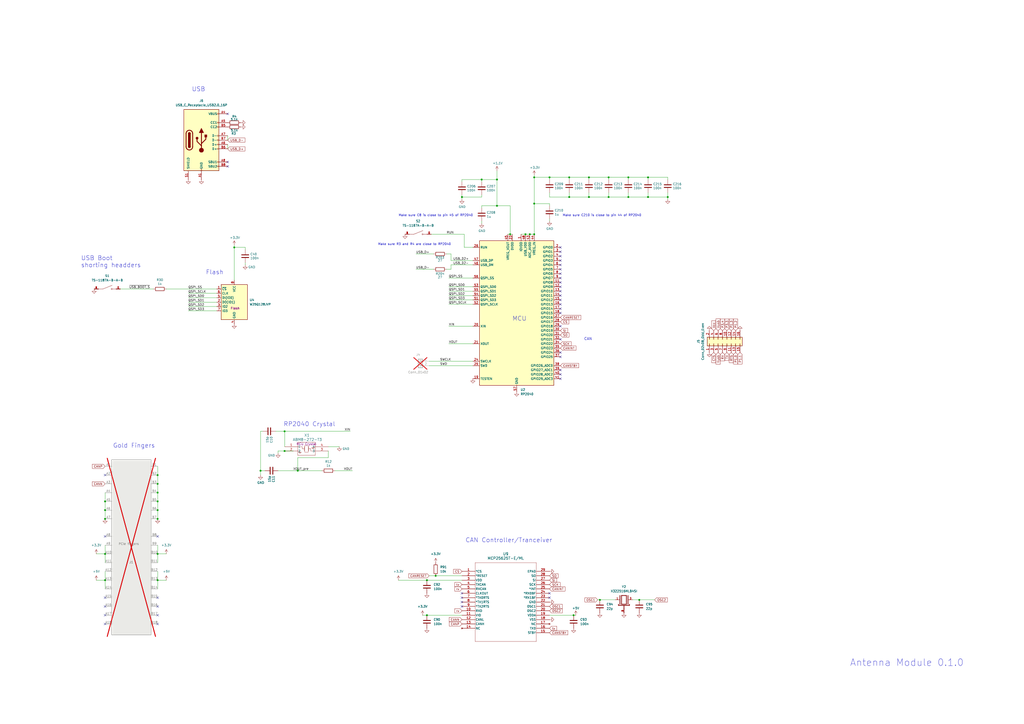
<source format=kicad_sch>
(kicad_sch (version 20231120) (generator "eeschema") (generator_version "8.0")
  (paper "A2")
  (junction (at 252.73 334.01))
  (junction (at 151.13 273.05))
  (junction (at 91.44 295.91))
  (junction (at 330.2 114.3))
  (junction (at 91.44 285.75))
  (junction (at 60.96 321.31))
  (junction (at 91.44 280.67))
  (junction (at 135.89 143.51))
  (junction (at 60.96 295.91))
  (junction (at 370.84 347.98))
  (junction (at 91.44 300.99))
  (junction (at 341.63 102.87))
  (junction (at 91.44 290.83))
  (junction (at 288.29 104.14))
  (junction (at 288.29 119.38))
  (junction (at 267.97 114.3))
  (junction (at 330.2 102.87))
  (junction (at 318.77 102.87))
  (junction (at 247.65 336.55))
  (junction (at 60.96 300.99))
  (junction (at 295.91 135.89))
  (junction (at 309.88 118.11))
  (junction (at 91.44 275.59))
  (junction (at 307.34 135.89))
  (junction (at 309.88 135.89))
  (junction (at 309.88 102.87))
  (junction (at 341.63 114.3))
  (junction (at 91.44 336.55))
  (junction (at 247.65 356.87))
  (junction (at 347.98 347.98))
  (junction (at 375.92 114.3))
  (junction (at 364.49 102.87))
  (junction (at 332.74 356.87))
  (junction (at 172.72 273.05))
  (junction (at 60.96 290.83))
  (junction (at 353.06 114.3))
  (junction (at 304.8 135.89))
  (junction (at 375.92 102.87))
  (junction (at 91.44 321.31))
  (junction (at 353.06 102.87))
  (junction (at 387.35 114.3))
  (junction (at 165.1 261.62))
  (junction (at 279.4 104.14))
  (junction (at 165.1 250.19))
  (junction (at 364.49 114.3))
  (junction (at 60.96 336.55))
  (no_connect (at 60.96 351.79))
  (no_connect (at 91.44 346.71))
  (no_connect (at 325.12 163.83))
  (no_connect (at 318.77 344.17))
  (no_connect (at 132.08 96.52))
  (no_connect (at 132.08 93.98))
  (no_connect (at 325.12 179.07))
  (no_connect (at 91.44 351.79))
  (no_connect (at 60.96 356.87))
  (no_connect (at 91.44 311.15))
  (no_connect (at 267.97 351.79))
  (no_connect (at 325.12 158.75))
  (no_connect (at 325.12 151.13))
  (no_connect (at 325.12 171.45))
  (no_connect (at 325.12 166.37))
  (no_connect (at 325.12 217.17))
  (no_connect (at 325.12 146.05))
  (no_connect (at 60.96 346.71))
  (no_connect (at 325.12 219.71))
  (no_connect (at 325.12 189.23))
  (no_connect (at 325.12 148.59))
  (no_connect (at 91.44 356.87))
  (no_connect (at 91.44 361.95))
  (no_connect (at 325.12 207.01))
  (no_connect (at 325.12 161.29))
  (no_connect (at 267.97 344.17))
  (no_connect (at 325.12 196.85))
  (no_connect (at 325.12 156.21))
  (no_connect (at 325.12 168.91))
  (no_connect (at 267.97 346.71))
  (no_connect (at 325.12 143.51))
  (no_connect (at 325.12 176.53))
  (no_connect (at 325.12 204.47))
  (no_connect (at 325.12 153.67))
  (no_connect (at 267.97 349.25))
  (no_connect (at 60.96 275.59))
  (no_connect (at 325.12 214.63))
  (no_connect (at 132.08 66.04))
  (no_connect (at 325.12 173.99))
  (no_connect (at 60.96 361.95))
  (no_connect (at 60.96 311.15))
  (no_connect (at 325.12 181.61))
  (no_connect (at 318.77 346.71))
  (wire (pts (xy 261.62 156.21) (xy 261.62 153.67)))
  (wire (pts (xy 260.35 171.45) (xy 274.32 171.45)))
  (wire (pts (xy 91.44 290.83) (xy 91.44 295.91)))
  (wire (pts (xy 309.88 118.11) (xy 318.77 118.11)))
  (wire (pts (xy 304.8 135.89) (xy 307.34 135.89)))
  (wire (pts (xy 279.4 120.65) (xy 279.4 119.38)))
  (wire (pts (xy 172.72 265.43) (xy 172.72 273.05)))
  (wire (pts (xy 261.62 147.32) (xy 261.62 151.13)))
  (wire (pts (xy 279.4 104.14) (xy 288.29 104.14)))
  (wire (pts (xy 109.22 170.18) (xy 125.73 170.18)))
  (wire (pts (xy 60.96 285.75) (xy 60.96 290.83)))
  (wire (pts (xy 274.32 176.53) (xy 260.35 176.53)))
  (wire (pts (xy 248.92 212.09) (xy 274.32 212.09)))
  (wire (pts (xy 267.97 113.03) (xy 267.97 114.3)))
  (wire (pts (xy 91.44 321.31) (xy 91.44 326.39)))
  (wire (pts (xy 269.24 135.89) (xy 250.19 135.89)))
  (wire (pts (xy 91.44 295.91) (xy 91.44 300.99)))
  (wire (pts (xy 375.92 114.3) (xy 387.35 114.3)))
  (wire (pts (xy 318.77 127) (xy 318.77 128.27)))
  (wire (pts (xy 160.02 250.19) (xy 165.1 250.19)))
  (wire (pts (xy 288.29 119.38) (xy 295.91 119.38)))
  (wire (pts (xy 247.65 336.55) (xy 267.97 336.55)))
  (wire (pts (xy 161.29 261.62) (xy 161.29 262.89)))
  (wire (pts (xy 241.3 147.32) (xy 251.46 147.32)))
  (wire (pts (xy 135.89 143.51) (xy 135.89 162.56)))
  (wire (pts (xy 135.89 142.24) (xy 135.89 143.51)))
  (wire (pts (xy 375.92 114.3) (xy 364.49 114.3)))
  (wire (pts (xy 194.31 273.05) (xy 204.47 273.05)))
  (wire (pts (xy 341.63 114.3) (xy 330.2 114.3)))
  (wire (pts (xy 267.97 114.3) (xy 279.4 114.3)))
  (wire (pts (xy 190.5 261.62) (xy 190.5 265.43)))
  (wire (pts (xy 231.14 336.55) (xy 247.65 336.55)))
  (wire (pts (xy 248.92 209.55) (xy 274.32 209.55)))
  (wire (pts (xy 375.92 104.14) (xy 375.92 102.87)))
  (wire (pts (xy 387.35 114.3) (xy 387.35 115.57)))
  (wire (pts (xy 125.73 172.72) (xy 109.22 172.72)))
  (wire (pts (xy 364.49 111.76) (xy 364.49 114.3)))
  (wire (pts (xy 375.92 111.76) (xy 375.92 114.3)))
  (wire (pts (xy 318.77 356.87) (xy 332.74 356.87)))
  (wire (pts (xy 245.11 356.87) (xy 247.65 356.87)))
  (wire (pts (xy 151.13 273.05) (xy 151.13 275.59)))
  (wire (pts (xy 267.97 104.14) (xy 279.4 104.14)))
  (wire (pts (xy 260.35 166.37) (xy 274.32 166.37)))
  (wire (pts (xy 330.2 104.14) (xy 330.2 102.87)))
  (wire (pts (xy 375.92 102.87) (xy 387.35 102.87)))
  (wire (pts (xy 132.08 81.28) (xy 132.08 78.74)))
  (wire (pts (xy 364.49 114.3) (xy 353.06 114.3)))
  (wire (pts (xy 91.44 336.55) (xy 91.44 331.47)))
  (wire (pts (xy 341.63 102.87) (xy 353.06 102.87)))
  (wire (pts (xy 60.96 321.31) (xy 60.96 316.23)))
  (wire (pts (xy 353.06 104.14) (xy 353.06 102.87)))
  (wire (pts (xy 274.32 199.39) (xy 260.35 199.39)))
  (wire (pts (xy 267.97 105.41) (xy 267.97 104.14)))
  (wire (pts (xy 142.24 144.78) (xy 142.24 143.51)))
  (wire (pts (xy 288.29 99.06) (xy 288.29 104.14)))
  (wire (pts (xy 274.32 143.51) (xy 269.24 143.51)))
  (wire (pts (xy 330.2 114.3) (xy 318.77 114.3)))
  (wire (pts (xy 307.34 135.89) (xy 309.88 135.89)))
  (wire (pts (xy 172.72 273.05) (xy 186.69 273.05)))
  (wire (pts (xy 295.91 119.38) (xy 295.91 135.89)))
  (wire (pts (xy 267.97 114.3) (xy 267.97 115.57)))
  (wire (pts (xy 294.64 135.89) (xy 295.91 135.89)))
  (wire (pts (xy 279.4 119.38) (xy 288.29 119.38)))
  (wire (pts (xy 318.77 104.14) (xy 318.77 102.87)))
  (wire (pts (xy 341.63 111.76) (xy 341.63 114.3)))
  (wire (pts (xy 247.65 356.87) (xy 267.97 356.87)))
  (wire (pts (xy 142.24 143.51) (xy 135.89 143.51)))
  (wire (pts (xy 91.44 280.67) (xy 91.44 285.75)))
  (wire (pts (xy 387.35 111.76) (xy 387.35 114.3)))
  (wire (pts (xy 91.44 321.31) (xy 91.44 316.23)))
  (wire (pts (xy 279.4 105.41) (xy 279.4 104.14)))
  (wire (pts (xy 261.62 153.67) (xy 274.32 153.67)))
  (wire (pts (xy 60.96 295.91) (xy 60.96 300.99)))
  (wire (pts (xy 125.73 180.34) (xy 109.22 180.34)))
  (wire (pts (xy 318.77 102.87) (xy 330.2 102.87)))
  (wire (pts (xy 60.96 321.31) (xy 60.96 326.39)))
  (wire (pts (xy 151.13 250.19) (xy 151.13 273.05)))
  (wire (pts (xy 96.52 167.64) (xy 125.73 167.64)))
  (wire (pts (xy 55.88 336.55) (xy 60.96 336.55)))
  (wire (pts (xy 318.77 111.76) (xy 318.77 114.3)))
  (wire (pts (xy 190.5 259.08) (xy 196.85 259.08)))
  (wire (pts (xy 309.88 118.11) (xy 309.88 135.89)))
  (wire (pts (xy 165.1 250.19) (xy 203.2 250.19)))
  (wire (pts (xy 91.44 285.75) (xy 91.44 290.83)))
  (wire (pts (xy 55.88 321.31) (xy 60.96 321.31)))
  (wire (pts (xy 364.49 104.14) (xy 364.49 102.87)))
  (wire (pts (xy 318.77 119.38) (xy 318.77 118.11)))
  (wire (pts (xy 69.85 167.64) (xy 88.9 167.64)))
  (wire (pts (xy 332.74 356.87) (xy 334.01 356.87)))
  (wire (pts (xy 96.52 321.31) (xy 91.44 321.31)))
  (wire (pts (xy 269.24 143.51) (xy 269.24 135.89)))
  (wire (pts (xy 353.06 111.76) (xy 353.06 114.3)))
  (wire (pts (xy 288.29 104.14) (xy 288.29 119.38)))
  (wire (pts (xy 125.73 175.26) (xy 109.22 175.26)))
  (wire (pts (xy 142.24 152.4) (xy 142.24 153.67)))
  (wire (pts (xy 353.06 114.3) (xy 341.63 114.3)))
  (wire (pts (xy 259.08 156.21) (xy 261.62 156.21)))
  (wire (pts (xy 60.96 336.55) (xy 60.96 341.63)))
  (wire (pts (xy 260.35 173.99) (xy 274.32 173.99)))
  (wire (pts (xy 248.92 334.01) (xy 252.73 334.01)))
  (wire (pts (xy 151.13 250.19) (xy 152.4 250.19)))
  (wire (pts (xy 367.03 347.98) (xy 370.84 347.98)))
  (wire (pts (xy 132.08 83.82) (xy 132.08 86.36)))
  (wire (pts (xy 341.63 104.14) (xy 341.63 102.87)))
  (wire (pts (xy 161.29 273.05) (xy 172.72 273.05)))
  (wire (pts (xy 252.73 334.01) (xy 267.97 334.01)))
  (wire (pts (xy 260.35 189.23) (xy 274.32 189.23)))
  (wire (pts (xy 60.96 290.83) (xy 60.96 295.91)))
  (wire (pts (xy 161.29 261.62) (xy 165.1 261.62)))
  (wire (pts (xy 309.88 101.6) (xy 309.88 102.87)))
  (wire (pts (xy 309.88 102.87) (xy 318.77 102.87)))
  (wire (pts (xy 241.3 156.21) (xy 251.46 156.21)))
  (wire (pts (xy 96.52 336.55) (xy 91.44 336.55)))
  (wire (pts (xy 274.32 161.29) (xy 260.35 161.29)))
  (wire (pts (xy 364.49 102.87) (xy 375.92 102.87)))
  (wire (pts (xy 330.2 111.76) (xy 330.2 114.3)))
  (wire (pts (xy 165.1 261.62) (xy 170.18 261.62)))
  (wire (pts (xy 261.62 151.13) (xy 274.32 151.13)))
  (wire (pts (xy 153.67 273.05) (xy 151.13 273.05)))
  (wire (pts (xy 190.5 265.43) (xy 172.72 265.43)))
  (wire (pts (xy 279.4 128.27) (xy 279.4 129.54)))
  (wire (pts (xy 309.88 102.87) (xy 309.88 118.11)))
  (wire (pts (xy 295.91 135.89) (xy 297.18 135.89)))
  (wire (pts (xy 91.44 270.51) (xy 91.44 275.59)))
  (wire (pts (xy 370.84 347.98) (xy 379.73 347.98)))
  (wire (pts (xy 165.1 250.19) (xy 165.1 259.08)))
  (wire (pts (xy 259.08 147.32) (xy 261.62 147.32)))
  (wire (pts (xy 387.35 104.14) (xy 387.35 102.87)))
  (wire (pts (xy 279.4 114.3) (xy 279.4 113.03)))
  (wire (pts (xy 60.96 336.55) (xy 60.96 331.47)))
  (wire (pts (xy 260.35 168.91) (xy 274.32 168.91)))
  (wire (pts (xy 353.06 102.87) (xy 364.49 102.87)))
  (wire (pts (xy 91.44 336.55) (xy 91.44 341.63)))
  (wire (pts (xy 91.44 275.59) (xy 91.44 280.67)))
  (wire (pts (xy 347.98 347.98) (xy 356.87 347.98)))
  (wire (pts (xy 330.2 102.87) (xy 341.63 102.87)))
  (wire (pts (xy 302.26 135.89) (xy 304.8 135.89)))
  (wire (pts (xy 346.71 347.98) (xy 347.98 347.98)))
  (wire (pts (xy 125.73 177.8) (xy 109.22 177.8)))
  (text "Make sure C210 is close to pin 44 of RP2040" (at 326.39 125.73 0) (effects (font (size 1.27 1.27)) (justify left bottom)))
  (text "Make sure C8 is close to pin 45 of RP2040" (at 231.14 125.73 0) (effects (font (size 1.27 1.27)) (justify left bottom)))
  (text "RP2040 Crystal" (at 164.465 247.65 0) (effects (font (size 2.54 2.54)) (justify left bottom)))
  (text "USB" (at 111.252 53.34 0) (effects (font (size 2.54 2.54)) (justify left bottom)))
  (text "Make sure R3 and R4 are close to RP2040" (at 261.62 142.494 0) (effects (font (size 1.27 1.27)) (justify right bottom)))
  (text "CAN" (at 338.836 197.612 0) (effects (font (size 1.524 1.524)) (justify left bottom)))
  (text "USB Boot \nshorting headders" (at 46.99 155.448 0) (effects (font (size 2.54 2.54)) (justify left bottom)))
  (text "Antenna Module 0.1.0" (at 493.014 386.842 0) (effects (font (size 4 4)) (justify left bottom)))
  (text "Gold Fingers" (at 65.532 260.096 0) (effects (font (size 2.54 2.54)) (justify left bottom)))
  (text "MCU" (at 297.18 186.436 0) (effects (font (size 2.54 2.54)) (justify left bottom)))
  (text "CAN Controller/Tranceiver" (at 270.002 314.96 0) (effects (font (size 2.54 2.54)) (justify left bottom)))
  (text "Flash" (at 119.38 159.512 0) (effects (font (size 2.54 2.54)) (justify left bottom)))
  (label "USB_D2+" (at 262.89 151.13 0))
  (label "XOUT_pre" (at 179.07 273.05 180))
  (label "~{USB_BOOT_S}" (at 74.93 167.64 0))
  (label "QSPI_SD3" (at 260.35 173.99 0))
  (label "QSPI_SD1" (at 109.22 175.26 0))
  (label "XIN" (at 260.35 189.23 0))
  (label "USB_D+" (at 241.3 147.32 0))
  (label "SWD" (at 255.27 212.09 0))
  (label "QSPI_SS" (at 109.22 167.64 0))
  (label "QSPI_SD3" (at 109.22 180.34 0))
  (label "XIN" (at 203.2 250.19 180))
  (label "QSPI_SD2" (at 109.22 177.8 0))
  (label "QSPI_SS" (at 260.35 161.29 0))
  (label "XOUT" (at 204.47 273.05 180))
  (label "SWCLK" (at 255.27 209.55 0))
  (label "QSPI_SCLK" (at 109.22 170.18 0))
  (label "QSPI_SD1" (at 260.35 168.91 0))
  (label "QSPI_SCLK" (at 260.35 176.53 0))
  (label "USB_D-" (at 241.3 156.21 0))
  (label "USB_D2-" (at 262.89 153.67 0))
  (label "QSPI_SD2" (at 260.35 171.45 0))
  (label "QSPI_SD0" (at 109.22 172.72 0))
  (label "XOUT" (at 260.35 199.39 0))
  (label "RUN" (at 259.08 135.89 0))
  (label "QSPI_SD0" (at 260.35 166.37 0))
  (global_label "tx" (shape input) (at 267.97 339.09 180) (property "Intersheetrefs" "${INTERSHEET_REFS}" (effects (hide yes))))
  (global_label "P1.0" (shape input) (at 426.72 204.47 270) (property "Intersheetrefs" "${INTERSHEET_REFS}" (effects (hide yes))))
  (global_label "Vusb" (shape input) (at 416.56 204.47 270) (property "Intersheetrefs" "${INTERSHEET_REFS}" (effects (hide yes))))
  (global_label "RTS" (shape input) (at 424.18 204.47 270) (property "Intersheetrefs" "${INTERSHEET_REFS}" (effects (hide yes))))
  (global_label "P1.1" (shape input) (at 429.26 204.47 270) (property "Intersheetrefs" "${INTERSHEET_REFS}" (effects (hide yes))))
  (global_label "CANN" (shape input) (at 267.97 359.41 180) (property "Intersheetrefs" "${INTERSHEET_REFS}" (effects (hide yes))))
  (global_label "CANSTBY" (shape input) (at 325.12 212.09 0) (property "Intersheetrefs" "${INTERSHEET_REFS}" (effects (hide yes))))
  (global_label "OSC1" (shape input) (at 346.71 347.98 180) (property "Intersheetrefs" "${INTERSHEET_REFS}" (effects (hide yes))))
  (global_label "CANN" (shape input) (at 60.96 280.67 180) (property "Intersheetrefs" "${INTERSHEET_REFS}" (effects (hide yes))))
  (global_label "CANP" (shape input) (at 267.97 361.95 180) (property "Intersheetrefs" "${INTERSHEET_REFS}" (effects (hide yes))))
  (global_label "CANSTBY" (shape input) (at 318.77 367.03 0) (property "Intersheetrefs" "${INTERSHEET_REFS}" (effects (hide yes))))
  (global_label "SCK" (shape input) (at 325.12 199.39 0) (property "Intersheetrefs" "${INTERSHEET_REFS}" (effects (hide yes))))
  (global_label "OSC1" (shape input) (at 318.77 351.79 0) (property "Intersheetrefs" "${INTERSHEET_REFS}" (effects (hide yes))))
  (global_label "CS" (shape input) (at 325.12 186.69 0) (property "Intersheetrefs" "${INTERSHEET_REFS}" (effects (hide yes))))
  (global_label "P1.3" (shape input) (at 424.18 191.77 90) (property "Intersheetrefs" "${INTERSHEET_REFS}" (effects (hide yes))))
  (global_label "Vcc" (shape input) (at 414.02 191.77 90) (property "Intersheetrefs" "${INTERSHEET_REFS}" (effects (hide yes))))
  (global_label "USB_D+" (shape input) (at 132.08 86.36 0) (property "Intersheetrefs" "${INTERSHEET_REFS}" (effects (hide yes))))
  (global_label "CANRESET" (shape input) (at 325.12 184.15 0) (property "Intersheetrefs" "${INTERSHEET_REFS}" (effects (hide yes))))
  (global_label "rx" (shape input) (at 267.97 341.63 180) (property "Intersheetrefs" "${INTERSHEET_REFS}" (effects (hide yes))))
  (global_label "CANRESET" (shape input) (at 248.92 334.01 180) (property "Intersheetrefs" "${INTERSHEET_REFS}" (effects (hide yes))))
  (global_label "SO" (shape input) (at 318.77 334.01 0) (property "Intersheetrefs" "${INTERSHEET_REFS}" (effects (hide yes))))
  (global_label "OSC2" (shape input) (at 379.73 347.98 0) (property "Intersheetrefs" "${INTERSHEET_REFS}" (effects (hide yes))))
  (global_label "CTS" (shape input) (at 414.02 204.47 270) (property "Intersheetrefs" "${INTERSHEET_REFS}" (effects (hide yes))))
  (global_label "SCK" (shape input) (at 318.77 339.09 0) (property "Intersheetrefs" "${INTERSHEET_REFS}" (effects (hide yes))))
  (global_label "P1.2" (shape input) (at 426.72 191.77 90) (property "Intersheetrefs" "${INTERSHEET_REFS}" (effects (hide yes))))
  (global_label "TX" (shape input) (at 421.64 204.47 270) (property "Intersheetrefs" "${INTERSHEET_REFS}" (effects (hide yes))))
  (global_label "Vusb" (shape input) (at 416.56 191.77 90) (property "Intersheetrefs" "${INTERSHEET_REFS}" (effects (hide yes))))
  (global_label "tx" (shape input) (at 318.77 364.49 0) (property "Intersheetrefs" "${INTERSHEET_REFS}" (effects (hide yes))))
  (global_label "CS" (shape input) (at 267.97 331.47 180) (property "Intersheetrefs" "${INTERSHEET_REFS}" (effects (hide yes))))
  (global_label "SI" (shape input) (at 325.12 191.77 0) (property "Intersheetrefs" "${INTERSHEET_REFS}" (effects (hide yes))))
  (global_label "CANINT" (shape input) (at 325.12 201.93 0) (property "Intersheetrefs" "${INTERSHEET_REFS}" (effects (hide yes))))
  (global_label "SI" (shape input) (at 318.77 336.55 0) (property "Intersheetrefs" "${INTERSHEET_REFS}" (effects (hide yes))))
  (global_label "OSC2" (shape input) (at 318.77 354.33 0) (property "Intersheetrefs" "${INTERSHEET_REFS}" (effects (hide yes))))
  (global_label "RX" (shape input) (at 419.1 204.47 270) (property "Intersheetrefs" "${INTERSHEET_REFS}" (effects (hide yes))))
  (global_label "P3.3" (shape input) (at 421.64 191.77 90) (property "Intersheetrefs" "${INTERSHEET_REFS}" (effects (hide yes))))
  (global_label "P3.4" (shape input) (at 419.1 191.77 90) (property "Intersheetrefs" "${INTERSHEET_REFS}" (effects (hide yes))))
  (global_label "SO" (shape input) (at 325.12 194.31 0) (property "Intersheetrefs" "${INTERSHEET_REFS}" (effects (hide yes))))
  (global_label "CANINT" (shape input) (at 318.77 341.63 0) (property "Intersheetrefs" "${INTERSHEET_REFS}" (effects (hide yes))))
  (global_label "USB_D-" (shape input) (at 132.08 81.28 0) (property "Intersheetrefs" "${INTERSHEET_REFS}" (effects (hide yes))))
  (global_label "CANP" (shape input) (at 60.96 270.51 180) (property "Intersheetrefs" "${INTERSHEET_REFS}" (effects (hide yes))))
  (global_label "rx" (shape input) (at 267.97 354.33 180) (property "Intersheetrefs" "${INTERSHEET_REFS}" (effects (hide yes))))
  (symbol (lib_id "crystal:ABM8-272-T3") (at 165.1 259.08 0) (unit 1)
    (property "Reference" "X1" (at 178.054 252.476 0) (effects (font (size 1.524 1.524))))
    (property "Value" "ABM8-272-T3" (at 178.308 255.016 0) (effects (font (size 1.524 1.524))))
    (property "Footprint" "ABM8-272-T3:ABM8-272-T3_ABR" (effects (hide yes)))
    (property "Datasheet" "ABM8-272-T3" (effects (hide yes)))
    (property "LCSC Part #" "C20625731" (effects (hide yes)))
    (property "basic?" "no" (effects (hide yes)))
    (property "info" "MCU Crystal" (at 177.8 257.556 0))
    (property "price" "C$0.6692 " (effects (hide yes)))
    (property "JLC Link" "https://jlcpcb.com/partdetail/AbraconLlc-ABM8_272T3/C20625731" (effects (hide yes)))
    (property "Current Draw" "200 uW 3.3v" (effects (hide yes)))
  )
  (symbol (lib_id "Device:C") (at 330.2 107.95 0) (unit 1)
    (property "Reference" "C211" (at 333.121 106.7816 0) (effects (justify left)))
    (property "Value" "100n" (at 333.121 109.093 0) (effects (justify left)))
    (property "Footprint" "Capacitor_SMD:C_0402_1005Metric" (effects (hide yes)))
    (property "info" "100nF Cap" (effects (hide yes)))
    (property "LCSC Part #" "C307331" (effects (hide yes)))
    (property "basic?" "yes" (effects (hide yes)))
    (property "price" "C$0.0077 " (effects (hide yes)))
    (property "JLC Link" "https://jlcpcb.com/partdetail/291005-CL05B104KB54PNC/C307331" (effects (hide yes)))
  )
  (symbol (lib_id "power:VAA") (at 55.88 321.31 0) (unit 1)
    (property "Reference" "#PWR022" (effects (hide yes)))
    (property "Value" "+3.3V" (at 55.88 316.23 0))
    (property "Description" "Power symbol creates a global label with name \"VAA\"" (effects (hide yes)))
  )
  (symbol (lib_id "Device:C") (at 247.65 340.36 0) (unit 1)
    (property "Reference" "C92" (at 251.46 339.0899 0) (effects (justify left)))
    (property "Value" "100n" (at 251.46 341.6299 0) (effects (justify left)))
    (property "Footprint" "Capacitor_SMD:C_0402_1005Metric" (effects (hide yes)))
    (property "Description" "Unpolarized capacitor" (effects (hide yes)))
    (property "info" "100nF Cap" (effects (hide yes)))
    (property "JLC Link" "https://jlcpcb.com/partdetail/291005-CL05B104KB54PNC/C307331" (effects (hide yes)))
    (property "LCSC Part #" "C307331" (effects (hide yes)))
    (property "basic?" "yes" (effects (hide yes)))
    (property "price" "C$0.0077 " (effects (hide yes)))
  )
  (symbol (lib_id "power:GND") (at 91.44 300.99 0) (unit 1)
    (property "Reference" "#PWR014" (effects (hide yes)))
    (property "Value" "GND" (effects (hide yes)))
    (property "Description" "Power symbol creates a global label with name \"GND\" , ground" (effects (hide yes)))
  )
  (symbol (lib_id "power:GND") (at 361.95 355.6 0) (unit 1)
    (property "Reference" "#PWR080" (effects (hide yes)))
    (property "Value" "GND" (effects (hide yes)))
    (property "Description" "Power symbol creates a global label with name \"GND\" , ground" (effects (hide yes)))
  )
  (symbol (lib_id "power:VAA") (at 96.52 336.55 0) (unit 1)
    (property "Reference" "#PWR021" (effects (hide yes)))
    (property "Value" "+5V" (at 96.52 331.47 0))
    (property "Description" "Power symbol creates a global label with name \"VAA\"" (effects (hide yes)))
  )
  (symbol (lib_id "Device:C") (at 353.06 107.95 0) (unit 1)
    (property "Reference" "C213" (at 355.981 106.7816 0) (effects (justify left)))
    (property "Value" "100n" (at 355.981 109.093 0) (effects (justify left)))
    (property "Footprint" "Capacitor_SMD:C_0402_1005Metric" (effects (hide yes)))
    (property "info" "100nF Cap" (effects (hide yes)))
    (property "LCSC Part #" "C307331" (effects (hide yes)))
    (property "basic?" "yes" (effects (hide yes)))
    (property "price" "C$0.0077 " (effects (hide yes)))
    (property "JLC Link" "https://jlcpcb.com/partdetail/291005-CL05B104KB54PNC/C307331" (effects (hide yes)))
  )
  (symbol (lib_id "power:GND") (at 332.74 364.49 0) (unit 1)
    (property "Reference" "#PWR030" (effects (hide yes)))
    (property "Value" "GND" (effects (hide yes)))
    (property "Description" "Power symbol creates a global label with name \"GND\" , ground" (effects (hide yes)))
  )
  (symbol (lib_id "power:VAA") (at 55.88 336.55 0) (unit 1)
    (property "Reference" "#PWR010" (effects (hide yes)))
    (property "Value" "+5V" (at 55.88 331.47 0))
    (property "Description" "Power symbol creates a global label with name \"VAA\"" (effects (hide yes)))
  )
  (symbol (lib_id "power:+3V3") (at 135.89 142.24 0) (unit 1)
    (property "Reference" "#PWR012" (effects (hide yes)))
    (property "Value" "+3.3V" (at 136.271 137.8458 0))
  )
  (symbol (lib_id "power:GND") (at 116.84 104.14 0) (unit 1)
    (property "Reference" "#PWR029" (effects (hide yes)))
    (property "Value" "GND" (effects (hide yes)))
    (property "Description" "Power symbol creates a global label with name \"GND\" , ground" (effects (hide yes)))
  )
  (symbol (lib_id "power:GND") (at 274.32 219.71 0) (unit 1)
    (property "Reference" "#PWR024" (effects (hide yes)))
    (property "Value" "GND" (effects (hide yes)))
    (property "Description" "Power symbol creates a global label with name \"GND\" , ground" (effects (hide yes)))
  )
  (symbol (lib_id "Device:C") (at 247.65 360.68 0) (unit 1)
    (property "Reference" "C90" (at 251.46 359.4099 0) (effects (justify left)))
    (property "Value" "100n" (at 251.46 361.9499 0) (effects (justify left)))
    (property "Footprint" "Capacitor_SMD:C_0402_1005Metric" (effects (hide yes)))
    (property "Description" "Unpolarized capacitor" (effects (hide yes)))
    (property "info" "100nF Cap" (effects (hide yes)))
    (property "JLC Link" "https://jlcpcb.com/partdetail/291005-CL05B104KB54PNC/C307331" (effects (hide yes)))
    (property "LCSC Part #" "C307331" (effects (hide yes)))
    (property "basic?" "yes" (effects (hide yes)))
    (property "price" "C$0.0077 " (effects (hide yes)))
  )
  (symbol (lib_id "power:GND") (at 347.98 355.6 0) (unit 1)
    (property "Reference" "#PWR032" (effects (hide yes)))
    (property "Value" "GND" (effects (hide yes)))
    (property "Description" "Power symbol creates a global label with name \"GND\" , ground" (effects (hide yes)))
  )
  (symbol (lib_id "power:+3.3V") (at 231.14 336.55 0) (unit 1)
    (property "Reference" "#PWR074" (effects (hide yes)))
    (property "Value" "+3.3V" (at 231.14 331.47 0))
    (property "Description" "Power symbol creates a global label with name \"+3.3V\"" (effects (hide yes)))
  )
  (symbol (lib_id "Device:C") (at 267.97 109.22 0) (unit 1)
    (property "Reference" "C206" (at 270.891 108.0516 0) (effects (justify left)))
    (property "Value" "100n" (at 270.891 110.363 0) (effects (justify left)))
    (property "Footprint" "Capacitor_SMD:C_0402_1005Metric" (effects (hide yes)))
    (property "info" "100nF Cap" (effects (hide yes)))
    (property "LCSC Part #" "C307331" (effects (hide yes)))
    (property "basic?" "yes" (effects (hide yes)))
    (property "price" "C$0.0077 " (effects (hide yes)))
    (property "JLC Link" "https://jlcpcb.com/partdetail/291005-CL05B104KB54PNC/C307331" (effects (hide yes)))
  )
  (symbol (lib_id "power:VAA") (at 96.52 321.31 0) (unit 1)
    (property "Reference" "#PWR023" (effects (hide yes)))
    (property "Value" "+3.3V" (at 96.52 316.23 0))
    (property "Description" "Power symbol creates a global label with name \"VAA\"" (effects (hide yes)))
  )
  (symbol (lib_id "power:GND") (at 139.7 73.66 90) (unit 1)
    (property "Reference" "#PWR019" (effects (hide yes)))
    (property "Value" "GND" (effects (hide yes)))
    (property "Description" "Power symbol creates a global label with name \"GND\" , ground" (effects (hide yes)))
  )
  (symbol (lib_id "Device:C") (at 364.49 107.95 0) (unit 1)
    (property "Reference" "C214" (at 367.411 106.7816 0) (effects (justify left)))
    (property "Value" "100n" (at 367.411 109.093 0) (effects (justify left)))
    (property "Footprint" "Capacitor_SMD:C_0402_1005Metric" (effects (hide yes)))
    (property "info" "100nF Cap" (effects (hide yes)))
    (property "LCSC Part #" "C307331" (effects (hide yes)))
    (property "basic?" "yes" (effects (hide yes)))
    (property "price" "C$0.0077 " (effects (hide yes)))
    (property "JLC Link" "https://jlcpcb.com/partdetail/291005-CL05B104KB54PNC/C307331" (effects (hide yes)))
  )
  (symbol (lib_id "power:GND") (at 429.26 191.77 180) (unit 1)
    (property "Reference" "#PWR026" (effects (hide yes)))
    (property "Value" "GND" (effects (hide yes)))
    (property "Description" "Power symbol creates a global label with name \"GND\" , ground" (effects (hide yes)))
  )
  (symbol (lib_id "power:GND") (at 370.84 355.6 0) (unit 1)
    (property "Reference" "#PWR031" (effects (hide yes)))
    (property "Value" "GND" (effects (hide yes)))
    (property "Description" "Power symbol creates a global label with name \"GND\" , ground" (effects (hide yes)))
  )
  (symbol (lib_id "power:+3.3V") (at 252.73 326.39 0) (unit 1)
    (property "Reference" "#PWR079" (effects (hide yes)))
    (property "Value" "+3.3V" (at 252.73 321.31 0))
    (property "Description" "Power symbol creates a global label with name \"+3.3V\"" (effects (hide yes)))
  )
  (symbol (lib_id "Device:C") (at 156.21 250.19 270) (unit 1)
    (property "Reference" "C10" (at 157.3784 253.111 0) (effects (justify left)))
    (property "Value" "15p" (at 155.067 253.111 0) (effects (justify left)))
    (property "Footprint" "Capacitor_SMD:C_0402_1005Metric" (effects (hide yes)))
    (property "LCSC Part #" "C1548" (effects (hide yes)))
    (property "basic?" "yes" (effects (hide yes)))
    (property "info" "15pF Cap" (effects (hide yes)))
    (property "price" "C$0.0013 " (effects (hide yes)))
    (property "JLC Link" "https://jlcpcb.com/partdetail/1900-0402CG150J500NT/C1548" (effects (hide yes)))
  )
  (symbol (lib_id "Device:R") (at 255.27 156.21 90) (unit 1)
    (property "Reference" "R204" (at 255.27 158.75 90))
    (property "Value" "27" (at 255.27 160.782 90))
    (property "Footprint" "Resistor_SMD:R_0402_1005Metric" (effects (hide yes)))
    (property "LCSC Part #" "C25100" (effects (hide yes)))
    (property "basic?" "no" (effects (hide yes)))
    (property "info" "27 ohm" (effects (hide yes)))
    (property "price" "C$0.0007 " (effects (hide yes)))
    (property "JLC Link" "https://jlcpcb.com/partdetail/25843-0402WGF270JTCE/C25100" (effects (hide yes)))
  )
  (symbol (lib_id "Device:C") (at 279.4 124.46 0) (unit 1)
    (property "Reference" "C208" (at 282.321 123.2916 0) (effects (justify left)))
    (property "Value" "1u" (at 282.321 125.603 0) (effects (justify left)))
    (property "Footprint" "Capacitor_SMD:C_0402_1005Metric" (effects (hide yes)))
    (property "info" "1uF Cap" (effects (hide yes)))
    (property "LCSC Part #" "C52923" (effects (hide yes)))
    (property "basic?" "yes" (effects (hide yes)))
    (property "price" "C$0.0041 " (effects (hide yes)))
    (property "JLC Link" "https://jlcpcb.com/partdetail/53938-CL05A105KA5NQNC/C52923" (effects (hide yes)))
  )
  (symbol (lib_id "power:GND") (at 318.77 349.25 90) (unit 1)
    (property "Reference" "#PWR076" (effects (hide yes)))
    (property "Value" "GND" (effects (hide yes)))
    (property "Description" "Power symbol creates a global label with name \"GND\" , ground" (effects (hide yes)))
  )
  (symbol (lib_id "Device:R") (at 252.73 330.2 0) (unit 1)
    (property "Reference" "R91" (at 255.27 328.9299 0) (effects (justify left)))
    (property "Value" "10k" (at 255.27 331.4699 0) (effects (justify left)))
    (property "Footprint" "Resistor_SMD:R_0402_1005Metric" (effects (hide yes)))
    (property "Description" "Resistor" (effects (hide yes)))
    (property "JLC Link" "https://jlcpcb.com/partdetail/26487-0402WGF1002TCE/C25744" (effects (hide yes)))
    (property "LCSC Part #" "C25744" (effects (hide yes)))
    (property "basic?" "yes" (effects (hide yes)))
    (property "info" "10k ohm" (effects (hide yes)))
    (property "price" "C$0.0007 " (effects (hide yes)))
  )
  (symbol (lib_id "power:+3.3V") (at 245.11 356.87 0) (unit 1)
    (property "Reference" "#PWR073" (effects (hide yes)))
    (property "Value" "+3.3V" (at 245.11 351.79 0))
    (property "Description" "Power symbol creates a global label with name \"+3.3V\"" (effects (hide yes)))
  )
  (symbol (lib_id "Device:C") (at 318.77 123.19 0) (unit 1)
    (property "Reference" "C210" (at 321.691 122.0216 0) (effects (justify left)))
    (property "Value" "1u" (at 321.691 124.333 0) (effects (justify left)))
    (property "Footprint" "Capacitor_SMD:C_0402_1005Metric" (effects (hide yes)))
    (property "info" "1uF Cap" (effects (hide yes)))
    (property "LCSC Part #" "C52923" (effects (hide yes)))
    (property "basic?" "yes" (effects (hide yes)))
    (property "price" "C$0.0041 " (effects (hide yes)))
    (property "JLC Link" "https://jlcpcb.com/partdetail/53938-CL05A105KA5NQNC/C52923" (effects (hide yes)))
  )
  (symbol (lib_id "power:GND") (at 109.22 104.14 0) (unit 1)
    (property "Reference" "#PWR028" (effects (hide yes)))
    (property "Value" "GND" (effects (hide yes)))
    (property "Description" "Power symbol creates a global label with name \"GND\" , ground" (effects (hide yes)))
  )
  (symbol (lib_id "Connector_Generic:Conn_02x08_Odd_Even") (at 419.1 199.39 90) (unit 1)
    (property "Reference" "J5" (at 405.13 198.12 0))
    (property "Value" "Conn_02x08_Odd_Even" (at 407.67 198.12 0))
    (property "Footprint" "Connector_PinSocket_2.54mm:PinSocket_2x08_P2.54mm_Vertical" (effects (hide yes)))
    (property "Description" "Generic connector, double row, 02x08, odd/even pin numbering scheme (row 1 odd numbers, row 2 even numbers), script generated (kicad-library-utils/schlib/autogen/connector/)" (effects (hide yes)))
  )
  (symbol (lib_id "power:GND") (at 299.72 227.33 0) (unit 1)
    (property "Reference" "#PWR035" (effects (hide yes)))
    (property "Value" "GND" (effects (hide yes)))
    (property "Description" "Power symbol creates a global label with name \"GND\" , ground" (effects (hide yes)))
  )
  (symbol (lib_id "power:GND") (at 60.96 300.99 0) (unit 1)
    (property "Reference" "#PWR015" (effects (hide yes)))
    (property "Value" "GND" (effects (hide yes)))
    (property "Description" "Power symbol creates a global label with name \"GND\" , ground" (effects (hide yes)))
  )
  (symbol (lib_id "power:GND") (at 247.65 364.49 0) (unit 1)
    (property "Reference" "#PWR075" (effects (hide yes)))
    (property "Value" "GND" (effects (hide yes)))
    (property "Description" "Power symbol creates a global label with name \"GND\" , ground" (effects (hide yes)))
  )
  (symbol (lib_id "Device:C") (at 347.98 351.79 0) (unit 1)
    (property "Reference" "C94" (at 351.79 350.5199 0) (effects (justify left)))
    (property "Value" "22p" (at 351.79 353.0599 0) (effects (justify left)))
    (property "Footprint" "Capacitor_SMD:C_0402_1005Metric" (effects (hide yes)))
    (property "Description" "Unpolarized capacitor" (effects (hide yes)))
    (property "info" "22pF Cap" (effects (hide yes)))
    (property "JLC Link" "https://jlcpcb.com/partdetail/1907-0402CG220J500NT/C1555" (effects (hide yes)))
    (property "LCSC Part #" "C1555" (effects (hide yes)))
    (property "basic?" "yes" (effects (hide yes)))
    (property "price" "C$0.0077 " (effects (hide yes)))
  )
  (symbol (lib_id "power:GND") (at 318.77 128.27 0) (unit 1)
    (property "Reference" "#PWR05" (effects (hide yes)))
    (property "Value" "GND" (at 318.897 132.6642 0))
  )
  (symbol (lib_id "X322516MLB4SI:X322516MLB4SI") (at 361.95 347.98 0) (unit 1)
    (property "Reference" "Y2" (at 361.95 340.36 0))
    (property "Value" "X322516MLB4SI" (at 361.95 342.9 0))
    (property "Footprint" "X322516MLB4SI:OSC_X322516MLB4SI" (effects (hide yes)))
    (property "MF" "YXC" (effects (hide yes)))
    (property "MAXIMUM_PACKAGE_HEIGHT" "0.8 mm" (effects (hide yes)))
    (property "Package" "Package" (effects (hide yes)))
    (property "Price" "None" (effects (hide yes)))
    (property "Check_prices" "https://www.snapeda.com/parts/X322516MLB4SI/YXC/view-part/?ref=eda" (effects (hide yes)))
    (property "STANDARD" "Manufacturer Recommendations" (effects (hide yes)))
    (property "PARTREV" "N/A" (effects (hide yes)))
    (property "SnapEDA_Link" "https://www.snapeda.com/parts/X322516MLB4SI/YXC/view-part/?ref=snap" (effects (hide yes)))
    (property "MP" "X322516MLB4SI" (effects (hide yes)))
    (property "Description_1" "\n                        \n                            External dimensions: 3.2 x 2.5 x 0.8 mm.\nFrequency range: 11.0592MHz ~54MHz\n                        \n" (effects (hide yes)))
    (property "Availability" "Not in stock" (effects (hide yes)))
    (property "MANUFACTURER" "YXC" (effects (hide yes)))
    (property "JLC Link" "https://jlcpcb.com/partdetail/Yxc_CrystalOscillators-X322516MOB4SI/C12668" (effects (hide yes)))
    (property "LCSC Part #" "C12668" (effects (hide yes)))
    (property "basic?" "no" (effects (hide yes)))
    (property "info" "CAN Clock" (effects (hide yes)))
    (property "price" "C$0.0829" (effects (hide yes)))
    (property "Current Draw" "200 uW 3.3v" (effects (hide yes)))
  )
  (symbol (lib_id "Connector:Bus_PCI_Express_x1") (at 76.2 309.88 0) (unit 1) (dnp yes)
    (property "Reference" "J1" (at 74.93 326.136 0) (effects (justify left)))
    (property "Value" "Bus_PCI_Express_x1" (effects (hide yes)))
    (property "Footprint" "Connector_PCBEdge:BUS_PCIexpress_x1" (effects (hide yes)))
    (property "Datasheet" "http://www.ritrontek.com/uploadfile/2016/1026/20161026105231124.pdf#page=63" (effects (hide yes)))
    (property "Description" "PCI Express bus connector x1" (effects (hide yes)))
    (property "basic?" "n/a" (effects (hide yes)))
    (property "price" "n/a" (effects (hide yes)))
    (property "LCSC Part #" "n/a" (effects (hide yes)))
    (property "info" "PCIe fingers" (at 74.676 315.468 0))
    (property "JLC Link" "n/a" (effects (hide yes)))
  )
  (symbol (lib_id "Device:C") (at 370.84 351.79 0) (unit 1)
    (property "Reference" "C95" (at 374.65 350.5199 0) (effects (justify left)))
    (property "Value" "22p" (at 374.65 353.0599 0) (effects (justify left)))
    (property "Footprint" "Capacitor_SMD:C_0402_1005Metric" (effects (hide yes)))
    (property "Description" "Unpolarized capacitor" (effects (hide yes)))
    (property "info" "22pF Cap" (effects (hide yes)))
    (property "JLC Link" "https://jlcpcb.com/partdetail/1907-0402CG220J500NT/C1555" (effects (hide yes)))
    (property "LCSC Part #" "C1555" (effects (hide yes)))
    (property "basic?" "yes" (effects (hide yes)))
    (property "price" "C$0.0077 " (effects (hide yes)))
  )
  (symbol (lib_id "power:GND") (at 54.61 167.64 0) (unit 1)
    (property "Reference" "#PWR011" (effects (hide yes)))
    (property "Value" "GND" (effects (hide yes)))
  )
  (symbol (lib_id "power:GND") (at 279.4 129.54 0) (unit 1)
    (property "Reference" "#PWR08" (effects (hide yes)))
    (property "Value" "GND" (at 279.527 133.9342 0))
  )
  (symbol (lib_id "Device:R") (at 92.71 167.64 270) (unit 1)
    (property "Reference" "R30" (at 92.71 162.3822 90))
    (property "Value" "1k" (at 92.71 164.6936 90))
    (property "Footprint" "Resistor_SMD:R_0402_1005Metric" (effects (hide yes)))
    (property "LCSC Part #" "C11702" (effects (hide yes)))
    (property "basic?" "yes" (effects (hide yes)))
    (property "info" "1k ohm" (effects (hide yes)))
    (property "price" "C$0.0007" (effects (hide yes)))
    (property "JLC Link" "https://jlcpcb.com/partdetail/12256-0402WGF1001TCE/C11702" (effects (hide yes)))
  )
  (symbol (lib_id "power:GND") (at 318.77 359.41 90) (unit 1)
    (property "Reference" "#PWR078" (effects (hide yes)))
    (property "Value" "GND" (effects (hide yes)))
    (property "Description" "Power symbol creates a global label with name \"GND\" , ground" (effects (hide yes)))
  )
  (symbol (lib_id "Memory_Flash:W25Q128JVP") (at 135.89 175.26 0) (unit 1)
    (property "Reference" "U4" (at 144.78 173.9899 0) (effects (justify left)))
    (property "Value" "W25Q128JVP" (at 144.78 176.5299 0) (effects (justify left)))
    (property "Footprint" "Package_SON:WSON-8-1EP_6x5mm_P1.27mm_EP3.4x4.3mm" (effects (hide yes)))
    (property "Datasheet" "https://www.winbond.com/resource-files/w25q128jv_dtr%20revc%2003272018%20plus.pdf" (effects (hide yes)))
    (property "Description" "128Mb Serial Flash Memory, Standard/Dual/Quad SPI, WSON-8" (effects (hide yes)))
    (property "LCSC" "C190862" (effects (hide yes)))
    (property "basic?" "no" (effects (hide yes)))
    (property "price" "C$1.0737 " (effects (hide yes)))
    (property "LCSC Part #" "C190862" (effects (hide yes)))
    (property "info" "Flash" (at 136.398 178.816 0))
    (property "JLC Link" "https://jlcpcb.com/partdetail/WinbondElec-W25Q128JVPIQ/C190862" (effects (hide yes)))
    (property "Current Draw" "25mA" (effects (hide yes)))
  )
  (symbol (lib_id "power:GND") (at 139.7 71.12 90) (unit 1)
    (property "Reference" "#PWR020" (effects (hide yes)))
    (property "Value" "GND" (effects (hide yes)))
    (property "Description" "Power symbol creates a global label with name \"GND\" , ground" (effects (hide yes)))
  )
  (symbol (lib_id "power:GND") (at 267.97 115.57 0) (unit 1)
    (property "Reference" "#PWR07" (effects (hide yes)))
    (property "Value" "GND" (at 268.097 119.9642 0))
  )
  (symbol (lib_id "Device:C") (at 142.24 148.59 0) (unit 1)
    (property "Reference" "C40" (at 145.161 147.4216 0) (effects (justify left)))
    (property "Value" "100n" (at 145.161 149.733 0) (effects (justify left)))
    (property "Footprint" "Capacitor_SMD:C_0402_1005Metric" (effects (hide yes)))
    (property "LCSC Part #" "C307331" (effects (hide yes)))
    (property "basic?" "yes" (effects (hide yes)))
    (property "info" "100nF Cap" (effects (hide yes)))
    (property "price" "C$0.0077 " (effects (hide yes)))
    (property "JLC Link" "https://jlcpcb.com/partdetail/291005-CL05B104KB54PNC/C307331" (effects (hide yes)))
  )
  (symbol (lib_id "power:+1V1") (at 288.29 99.06 0) (unit 1)
    (property "Reference" "#PWR09" (effects (hide yes)))
    (property "Value" "+1.1V" (at 288.671 94.6658 0))
  )
  (symbol (lib_id "Device:R") (at 135.89 73.66 90) (unit 1)
    (property "Reference" "R3" (at 136.906 77.47 90) (effects (justify left)))
    (property "Value" "5.1k" (at 138.049 75.565 90) (effects (justify left)))
    (property "Footprint" "Resistor_SMD:R_0402_1005Metric" (effects (hide yes)))
    (property "Description" "Resistor" (effects (hide yes)))
    (property "JLC Link" "https://jlcpcb.com/partdetail/26648-0402WGF5101TCE/C25905" (effects (hide yes)))
    (property "LCSC Part #" "C25905" (effects (hide yes)))
    (property "basic?" "yes" (effects (hide yes)))
    (property "info" "5.1k ohm" (effects (hide yes)))
    (property "price" "C$0.0006" (effects (hide yes)))
  )
  (symbol (lib_id "Device:C") (at 318.77 107.95 0) (unit 1)
    (property "Reference" "C209" (at 321.691 106.7816 0) (effects (justify left)))
    (property "Value" "100n" (at 321.691 109.093 0) (effects (justify left)))
    (property "Footprint" "Capacitor_SMD:C_0402_1005Metric" (effects (hide yes)))
    (property "info" "100nF Cap" (effects (hide yes)))
    (property "LCSC Part #" "C307331" (effects (hide yes)))
    (property "basic?" "yes" (effects (hide yes)))
    (property "price" "C$0.0077 " (effects (hide yes)))
    (property "JLC Link" "https://jlcpcb.com/partdetail/291005-CL05B104KB54PNC/C307331" (effects (hide yes)))
  )
  (symbol (lib_id "MCU_RaspberryPi:RP2040") (at 299.72 181.61 0) (unit 1)
    (property "Reference" "U2" (at 301.9141 226.06 0) (effects (justify left)))
    (property "Value" "RP2040" (at 301.9141 228.6 0) (effects (justify left)))
    (property "Footprint" "Package_DFN_QFN:QFN-56-1EP_7x7mm_P0.4mm_EP3.2x3.2mm" (effects (hide yes)))
    (property "Datasheet" "https://datasheets.raspberrypi.com/rp2040/rp2040-datasheet.pdf" (effects (hide yes)))
    (property "Description" "A microcontroller by Raspberry Pi" (effects (hide yes)))
    (property "LCSC" "C2040" (effects (hide yes)))
    (property "basic?" "no" (effects (hide yes)))
    (property "price" "C$1.4190 " (effects (hide yes)))
    (property "LCSC Part #" "C2040" (effects (hide yes)))
    (property "info" "MCU" (effects (hide yes)))
    (property "JLC Link" "https://jlcpcb.com/partdetail/RaspberryPi-RP2040/C2040" (effects (hide yes)))
    (property "Current Draw" "20mA" (effects (hide yes)))
  )
  (symbol (lib_id "power:+3V3") (at 309.88 101.6 0) (unit 1)
    (property "Reference" "#PWR04" (effects (hide yes)))
    (property "Value" "+3.3V" (at 310.261 97.2058 0))
  )
  (symbol (lib_id "Device:R") (at 255.27 147.32 90) (unit 1)
    (property "Reference" "R203" (at 255.27 149.352 90))
    (property "Value" "27" (at 255.27 151.13 90))
    (property "Footprint" "Resistor_SMD:R_0402_1005Metric" (effects (hide yes)))
    (property "LCSC Part #" "C25100" (effects (hide yes)))
    (property "basic?" "no" (effects (hide yes)))
    (property "info" "27 ohm" (effects (hide yes)))
    (property "price" "C$0.0007 " (effects (hide yes)))
    (property "JLC Link" "https://jlcpcb.com/partdetail/25843-0402WGF270JTCE/C25100" (effects (hide yes)))
  )
  (symbol (lib_id "power:GND") (at 411.48 204.47 0) (unit 1)
    (property "Reference" "#PWR01" (effects (hide yes)))
    (property "Value" "GND" (effects (hide yes)))
    (property "Description" "Power symbol creates a global label with name \"GND\" , ground" (effects (hide yes)))
  )
  (symbol (lib_id "MCP25625:MCP25625T-E_ML") (at 267.97 331.47 0) (unit 1)
    (property "Reference" "U9" (at 293.37 321.31 0) (effects (font (size 1.524 1.524))))
    (property "Value" "MCP25625T-E/ML" (at 293.37 323.85 0) (effects (font (size 1.524 1.524))))
    (property "Footprint" "MCP25625T_E_ML:QFN28_6X6MC_MCH" (effects (hide yes)))
    (property "Datasheet" "MCP25625T-E/ML" (effects (hide yes)))
    (property "JLC Link" "https://jlcpcb.com/partdetail/MicrochipTech-MCP25625T_EML/C191253" (effects (hide yes)))
    (property "LCSC Part #" "C191253" (effects (hide yes)))
    (property "basic?" "no" (effects (hide yes)))
    (property "info" "CAN Controller/Tranceiver" (effects (hide yes)))
    (property "price" "C$2.9424 " (effects (hide yes)))
    (property "Current Draw" "Con=10mA, Tra=70mA" (effects (hide yes)))
  )
  (symbol (lib_id "power:+5V") (at 334.01 356.87 0) (unit 1)
    (property "Reference" "#PWR072" (effects (hide yes)))
    (property "Value" "+5V" (at 334.01 352.806 0))
    (property "Description" "Power symbol creates a global label with name \"+5V\"" (effects (hide yes)))
  )
  (symbol (lib_id "power:GND") (at 318.77 331.47 90) (unit 1)
    (property "Reference" "#PWR077" (effects (hide yes)))
    (property "Value" "GND" (effects (hide yes)))
    (property "Description" "Power symbol creates a global label with name \"GND\" , ground" (effects (hide yes)))
  )
  (symbol (lib_id "Device:C") (at 387.35 107.95 0) (unit 1)
    (property "Reference" "C216" (at 390.271 106.7816 0) (effects (justify left)))
    (property "Value" "100n" (at 390.271 109.093 0) (effects (justify left)))
    (property "Footprint" "Capacitor_SMD:C_0402_1005Metric" (effects (hide yes)))
    (property "info" "100nF Cap" (effects (hide yes)))
    (property "LCSC Part #" "C307331" (effects (hide yes)))
    (property "basic?" "yes" (effects (hide yes)))
    (property "price" "C$0.0077 " (effects (hide yes)))
    (property "JLC Link" "https://jlcpcb.com/partdetail/291005-CL05B104KB54PNC/C307331" (effects (hide yes)))
  )
  (symbol (lib_id "Device:R") (at 135.89 71.12 270) (unit 1)
    (property "Reference" "R4" (at 134.62 67.564 90) (effects (justify left)))
    (property "Value" "5.1k" (at 133.731 69.215 90) (effects (justify left)))
    (property "Footprint" "Resistor_SMD:R_0402_1005Metric" (effects (hide yes)))
    (property "Description" "Resistor" (effects (hide yes)))
    (property "JLC Link" "https://jlcpcb.com/partdetail/26648-0402WGF5101TCE/C25905" (effects (hide yes)))
    (property "LCSC Part #" "C25905" (effects (hide yes)))
    (property "basic?" "yes" (effects (hide yes)))
    (property "info" "5.1k ohm" (effects (hide yes)))
    (property "price" "C$0.0006" (effects (hide yes)))
  )
  (symbol (lib_id "Connector_Generic:Conn_01x02") (at 243.84 209.55 0) (mirror y) (unit 1) (dnp yes)
    (property "Reference" "J4" (at 242.57 205.74 0))
    (property "Value" "Conn_01x02" (at 242.57 215.9 0))
    (property "Footprint" "Connector_PinHeader_2.54mm:PinHeader_1x02_P2.54mm_Vertical" (effects (hide yes)))
    (property "LCSC Part #" "n/a" (effects (hide yes)))
    (property "info" "two headders" (effects (hide yes)))
    (property "basic?" "n/a" (effects (hide yes)))
    (property "price" "n/a" (effects (hide yes)))
    (property "JLC Link" "n/a" (effects (hide yes)))
  )
  (symbol (lib_id "power:GND") (at 142.24 153.67 0) (unit 1)
    (property "Reference" "#PWR013" (effects (hide yes)))
    (property "Value" "GND" (at 146.05 154.94 0))
  )
  (symbol (lib_id "Device:C") (at 157.48 273.05 270) (unit 1)
    (property "Reference" "C11" (at 158.6484 275.971 0) (effects (justify left)))
    (property "Value" "15p" (at 156.337 275.971 0) (effects (justify left)))
    (property "Footprint" "Capacitor_SMD:C_0402_1005Metric" (effects (hide yes)))
    (property "LCSC Part #" "C1548" (effects (hide yes)))
    (property "basic?" "yes" (effects (hide yes)))
    (property "info" "15pF Cap" (effects (hide yes)))
    (property "price" "C$0.0013 " (effects (hide yes)))
    (property "JLC Link" "https://jlcpcb.com/partdetail/1900-0402CG150J500NT/C1548" (effects (hide yes)))
  )
  (symbol (lib_id "Connector:USB_C_Receptacle_USB2.0_16P") (at 116.84 81.28 0) (unit 1)
    (property "Reference" "J6" (at 116.84 58.42 0))
    (property "Value" "USB_C_Receptacle_USB2.0_16P" (at 116.84 60.96 0))
    (property "Footprint" "Connector_USB:USB_C_Receptacle_Palconn_UTC16-G" (effects (hide yes)))
    (property "Datasheet" "https://www.usb.org/sites/default/files/documents/usb_type-c.zip" (effects (hide yes)))
    (property "Description" "USB 2.0-only 16P Type-C Receptacle connector" (effects (hide yes)))
    (property "JLC Link" "https://jlcpcb.com/partdetail/ShouHan-TYPE_C_16PIN_2MD_073/C2765186" (effects (hide yes)))
    (property "LCSC Part #" "C2765186" (effects (hide yes)))
    (property "basic?" "no" (effects (hide yes)))
    (property "info" "USB-C" (effects (hide yes)))
    (property "price" "C$0.0738 " (effects (hide yes)))
  )
  (symbol (lib_id "TS-1187A-B-A-B:TS-1187A-B-A-B") (at 62.23 167.64 0) (unit 1)
    (property "Reference" "S1" (at 62.23 160.02 0))
    (property "Value" "TS-1187A-B-A-B" (at 62.23 162.56 0))
    (property "Footprint" "TS-1187A-B-A-B:SW_TS-1187A-B-A-B" (effects (hide yes)))
    (property "MF" "XKB Industrial Precision" (effects (hide yes)))
    (property "MAXIMUM_PACKAGE_HEIGHT" "1.5mm" (effects (hide yes)))
    (property "Package" "Package" (effects (hide yes)))
    (property "Price" "None" (effects (hide yes)))
    (property "Check_prices" "https://www.snapeda.com/parts/TS-1187A-B-A-B/XKB+Connection/view-part/?ref=eda" (effects (hide yes)))
    (property "STANDARD" "Manufacturer Recommendations" (effects (hide yes)))
    (property "PARTREV" "A0" (effects (hide yes)))
    (property "SnapEDA_Link" "https://www.snapeda.com/parts/TS-1187A-B-A-B/XKB+Connection/view-part/?ref=snap" (effects (hide yes)))
    (property "MP" "TS-1187A-B-A-B" (effects (hide yes)))
    (property "Description_1" "\n                        \n                            TS-1187A-B-A-B XKB Connectivity\n                        \n" (effects (hide yes)))
    (property "Availability" "Not in stock" (effects (hide yes)))
    (property "MANUFACTURER" "XKB Industrial Precision" (effects (hide yes)))
    (property "JLC Link" "https://jlcpcb.com/partdetail/XKBConnection-TS_1187A_B_AB/C318884" (effects (hide yes)))
    (property "LCSC Part #" "C318884" (effects (hide yes)))
    (property "basic?" "yes" (effects (hide yes)))
    (property "info" "Button" (effects (hide yes)))
    (property "price" "C$0.0242 " (effects (hide yes)))
  )
  (symbol (lib_id "power:GND") (at 151.13 275.59 0) (unit 1)
    (property "Reference" "#PWR016" (effects (hide yes)))
    (property "Value" "GND" (at 151.257 279.9842 0))
  )
  (symbol (lib_id "power:GND") (at 411.48 191.77 180) (unit 1)
    (property "Reference" "#PWR02" (effects (hide yes)))
    (property "Value" "GND" (effects (hide yes)))
    (property "Description" "Power symbol creates a global label with name \"GND\" , ground" (effects (hide yes)))
  )
  (symbol (lib_id "power:GND") (at 247.65 344.17 0) (unit 1)
    (property "Reference" "#PWR03" (effects (hide yes)))
    (property "Value" "GND" (effects (hide yes)))
    (property "Description" "Power symbol creates a global label with name \"GND\" , ground" (effects (hide yes)))
  )
  (symbol (lib_id "TS-1187A-B-A-B:TS-1187A-B-A-B") (at 242.57 135.89 0) (unit 1)
    (property "Reference" "S2" (at 242.57 128.27 0))
    (property "Value" "TS-1187A-B-A-B" (at 242.57 130.81 0))
    (property "Footprint" "TS-1187A-B-A-B:SW_TS-1187A-B-A-B" (effects (hide yes)))
    (property "MF" "XKB Industrial Precision" (effects (hide yes)))
    (property "MAXIMUM_PACKAGE_HEIGHT" "1.5mm" (effects (hide yes)))
    (property "Package" "Package" (effects (hide yes)))
    (property "Price" "None" (effects (hide yes)))
    (property "Check_prices" "https://www.snapeda.com/parts/TS-1187A-B-A-B/XKB+Connection/view-part/?ref=eda" (effects (hide yes)))
    (property "STANDARD" "Manufacturer Recommendations" (effects (hide yes)))
    (property "PARTREV" "A0" (effects (hide yes)))
    (property "SnapEDA_Link" "https://www.snapeda.com/parts/TS-1187A-B-A-B/XKB+Connection/view-part/?ref=snap" (effects (hide yes)))
    (property "MP" "TS-1187A-B-A-B" (effects (hide yes)))
    (property "Description_1" "\n                        \n                            TS-1187A-B-A-B XKB Connectivity\n                        \n" (effects (hide yes)))
    (property "Availability" "Not in stock" (effects (hide yes)))
    (property "MANUFACTURER" "XKB Industrial Precision" (effects (hide yes)))
    (property "JLC Link" "https://jlcpcb.com/partdetail/XKBConnection-TS_1187A_B_AB/C318884" (effects (hide yes)))
    (property "LCSC Part #" "C318884" (effects (hide yes)))
    (property "basic?" "yes" (effects (hide yes)))
    (property "info" "Button" (effects (hide yes)))
    (property "price" "C$0.0242 " (effects (hide yes)))
  )
  (symbol (lib_id "power:GND") (at 387.35 115.57 0) (unit 1)
    (property "Reference" "#PWR06" (effects (hide yes)))
    (property "Value" "GND" (effects (hide yes)))
  )
  (symbol (lib_id "power:GND") (at 135.89 187.96 0) (unit 1)
    (property "Reference" "#PWR043" (effects (hide yes)))
    (property "Value" "GND" (effects (hide yes)))
  )
  (symbol (lib_id "Device:C") (at 341.63 107.95 0) (unit 1)
    (property "Reference" "C212" (at 344.551 106.7816 0) (effects (justify left)))
    (property "Value" "100n" (at 344.551 109.093 0) (effects (justify left)))
    (property "Footprint" "Capacitor_SMD:C_0402_1005Metric" (effects (hide yes)))
    (property "info" "100nF Cap" (effects (hide yes)))
    (property "LCSC Part #" "C307331" (effects (hide yes)))
    (property "basic?" "yes" (effects (hide yes)))
    (property "price" "C$0.0077 " (effects (hide yes)))
    (property "JLC Link" "https://jlcpcb.com/partdetail/291005-CL05B104KB54PNC/C307331" (effects (hide yes)))
  )
  (symbol (lib_id "power:GND") (at 234.95 135.89 0) (unit 1)
    (property "Reference" "#PWR025" (effects (hide yes)))
    (property "Value" "GND" (effects (hide yes)))
    (property "Description" "Power symbol creates a global label with name \"GND\" , ground" (effects (hide yes)))
  )
  (symbol (lib_id "power:GND") (at 161.29 262.89 0) (unit 1)
    (property "Reference" "#PWR017" (effects (hide yes)))
    (property "Value" "GND" (at 157.48 264.16 0))
  )
  (symbol (lib_id "Device:R") (at 190.5 273.05 270) (unit 1)
    (property "Reference" "R12" (at 190.5 267.7922 90))
    (property "Value" "1k" (at 190.5 270.1036 90))
    (property "Footprint" "Resistor_SMD:R_0402_1005Metric" (effects (hide yes)))
    (property "LCSC Part #" "C11702" (effects (hide yes)))
    (property "basic?" "yes" (effects (hide yes)))
    (property "info" "1k ohm" (effects (hide yes)))
    (property "price" "C$0.0007" (effects (hide yes)))
    (property "JLC Link" "https://jlcpcb.com/partdetail/12256-0402WGF1001TCE/C11702" (effects (hide yes)))
  )
  (symbol (lib_id "Device:C") (at 375.92 107.95 0) (unit 1)
    (property "Reference" "C215" (at 378.841 106.7816 0) (effects (justify left)))
    (property "Value" "100n" (at 378.841 109.093 0) (effects (justify left)))
    (property "Footprint" "Capacitor_SMD:C_0402_1005Metric" (effects (hide yes)))
    (property "info" "100nF Cap" (effects (hide yes)))
    (property "LCSC Part #" "C307331" (effects (hide yes)))
    (property "basic?" "yes" (effects (hide yes)))
    (property "price" "C$0.0077 " (effects (hide yes)))
    (property "JLC Link" "https://jlcpcb.com/partdetail/291005-CL05B104KB54PNC/C307331" (effects (hide yes)))
  )
  (symbol (lib_id "power:GND") (at 196.85 259.08 0) (unit 1)
    (property "Reference" "#PWR018" (effects (hide yes)))
    (property "Value" "GND" (at 200.66 260.35 0))
  )
  (symbol (lib_id "Device:C") (at 279.4 109.22 0) (unit 1)
    (property "Reference" "C207" (at 282.321 108.0516 0) (effects (justify left)))
    (property "Value" "100n" (at 282.321 110.363 0) (effects (justify left)))
    (property "Footprint" "Capacitor_SMD:C_0402_1005Metric" (effects (hide yes)))
    (property "info" "100nF Cap" (effects (hide yes)))
    (property "LCSC Part #" "C307331" (effects (hide yes)))
    (property "basic?" "yes" (effects (hide yes)))
    (property "price" "C$0.0077 " (effects (hide yes)))
    (property "JLC Link" "https://jlcpcb.com/partdetail/291005-CL05B104KB54PNC/C307331" (effects (hide yes)))
  )
  (symbol (lib_id "Device:C") (at 332.74 360.68 0) (unit 1)
    (property "Reference" "C93" (at 336.55 359.4099 0) (effects (justify left)))
    (property "Value" "100n" (at 336.55 361.9499 0) (effects (justify left)))
    (property "Footprint" "Capacitor_SMD:C_0402_1005Metric" (effects (hide yes)))
    (property "Description" "Unpolarized capacitor" (effects (hide yes)))
    (property "info" "100nF Cap" (effects (hide yes)))
    (property "JLC Link" "https://jlcpcb.com/partdetail/291005-CL05B104KB54PNC/C307331" (effects (hide yes)))
    (property "LCSC Part #" "C307331" (effects (hide yes)))
    (property "basic?" "yes" (effects (hide yes)))
    (property "price" "C$0.0077 " (effects (hide yes)))
  )
)
</source>
